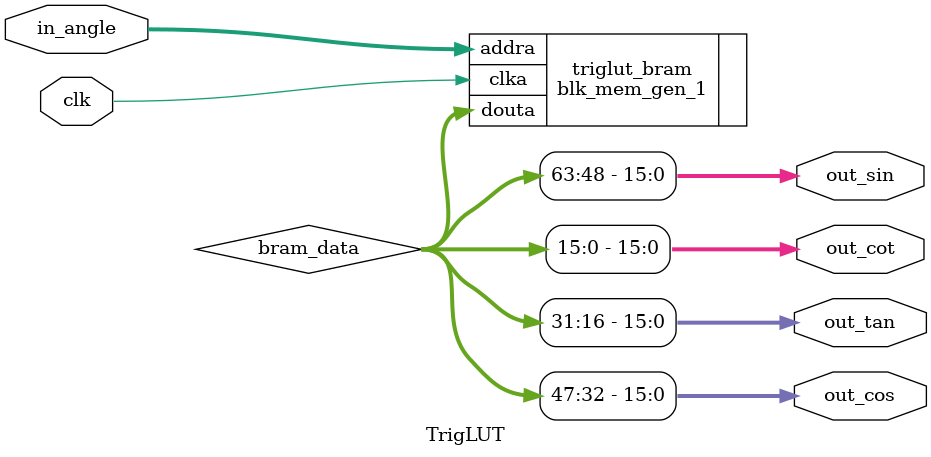
<source format=v>
`timescale 1ns / 1ps


module TrigLUT (
    input wire clk,                                // 时钟信号
    input wire [9:0] in_angle,                     // 角度输入 [0, 1024) 对应 [0, 2π)
    output wire signed [15:0] out_sin,             // sin(angle) Q9.7 格式
    output wire signed [15:0] out_cos,             // cos(angle) Q9.7 格式
    output wire signed [15:0] out_tan,             // tan(angle) Q9.7 格式
    output wire signed [15:0] out_cot              // cot(angle) Q9.7 格式
);

    // Block RAM 输出（64位：sin, cos, tan, cot）
    wire [63:0] bram_data;

    // 实例化 Block RAM
    blk_mem_gen_1 triglut_bram (
        .clka(clk),
        .addra(in_angle),
        .douta(bram_data)
    );

    // 分解 64 位数据到各个三角函数输出
    // 格式：[sin(15:0), cos(15:0), tan(15:0), cot(15:0)]
    assign out_sin = bram_data[63:48];  // 最高 16 位
    assign out_cos = bram_data[47:32];  // 次高 16 位
    assign out_tan = bram_data[31:16];  // 次低 16 位
    assign out_cot = bram_data[15:0];   // 最低 16 位

endmodule

</source>
